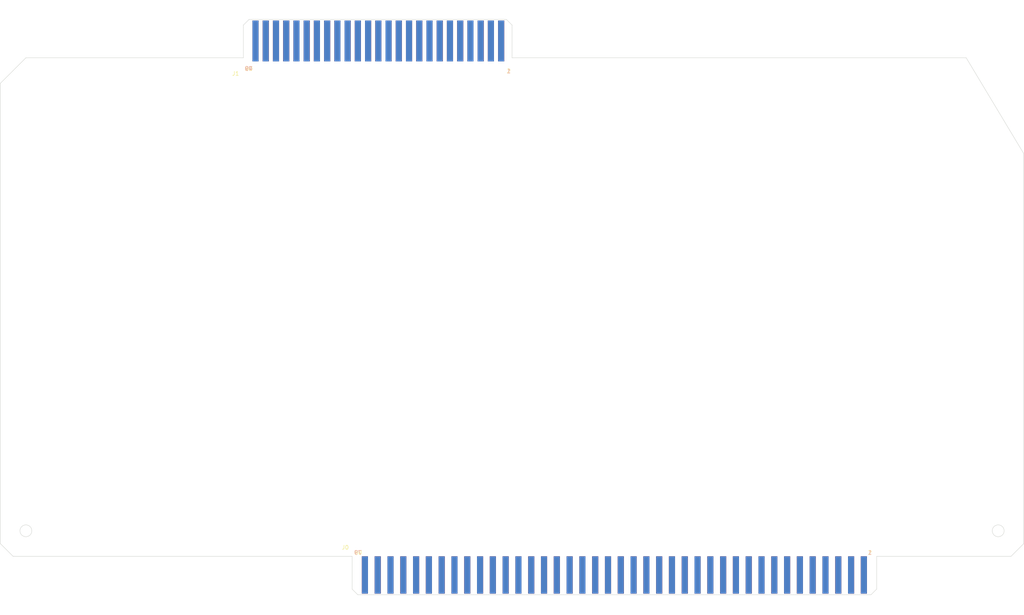
<source format=kicad_pcb>
(kicad_pcb (version 20211014) (generator pcbnew)
  (layers (0 "F.Cu" signal) (31 "B.Cu" signal) (34 "B.Paste" user) (35 "F.Paste" user) (36 "B.SilkS" user "B.Silkscreen") (37 "F.SilkS" user "F.Silkscreen") (38 "B.Mask" user) (39 "F.Mask" user) (44 "Edge.Cuts" user))
  (net 0 "")
  (footprint "GenericComponents:Edge_Connector_50-100-nooutline" (layer "F.Cu") (at 60.2869 -122.1928)
    (fp_text reference "J1" (at -1.8796 2.286 180) (layer "F.SilkS"))
    (fp_text value "50pin .100")
    (fp_text user "1" (at 65.8876 1.6764 180) (layer "B.SilkS") (effects (justify mirror)))
    (fp_text user "79" (at 1.3716 1.0922 180) (layer "B.SilkS") (effects (justify mirror)))
    (fp_text user "49" (at 1.3716 1.0922 180) (layer "B.SilkS") (effects (justify mirror)))
    (fp_text user "50" (at 1.3716 1.0922 180) (layer "F.SilkS"))
    (fp_text user "2" (at 65.8876 1.6764 180) (layer "F.SilkS"))
    (fp_text user "80" (at 1.3716 1.0922 180) (layer "F.SilkS"))
    (pad "1" connect rect locked (at 64.008 -5.8166) (size 1.524 10.16) (layers "B.Cu" "F.Mask"))
    (pad "2" connect rect locked (at 64.008 -5.8166) (size 1.524 10.16) (layers "F.Cu" "F.Mask"))
    (pad "3" connect rect locked (at 61.468 -5.8166) (size 1.524 10.16) (layers "B.Cu" "F.Mask"))
    (pad "4" connect rect locked (at 61.468 -5.8166) (size 1.524 10.16) (layers "F.Cu" "F.Mask"))
    (pad "5" connect rect locked (at 58.928 -5.8166) (size 1.524 10.16) (layers "B.Cu" "F.Mask"))
    (pad "6" connect rect locked (at 58.928 -5.8166) (size 1.524 10.16) (layers "F.Cu" "F.Mask"))
    (pad "7" connect rect locked (at 56.388 -5.8166) (size 1.524 10.16) (layers "B.Cu" "F.Mask"))
    (pad "8" connect rect locked (at 56.388 -5.8166) (size 1.524 10.16) (layers "F.Cu" "F.Mask"))
    (pad "9" connect rect locked (at 53.848 -5.8166) (size 1.524 10.16) (layers "B.Cu" "F.Mask"))
    (pad "10" connect rect locked (at 53.848 -5.8166) (size 1.524 10.16) (layers "F.Cu" "F.Mask"))
    (pad "11" connect rect locked (at 51.308 -5.8166) (size 1.524 10.16) (layers "B.Cu" "F.Mask"))
    (pad "12" connect rect locked (at 51.308 -5.8166) (size 1.524 10.16) (layers "F.Cu" "F.Mask"))
    (pad "13" connect rect locked (at 48.768 -5.8166) (size 1.524 10.16) (layers "B.Cu" "F.Mask"))
    (pad "14" connect rect locked (at 48.768 -5.8166) (size 1.524 10.16) (layers "F.Cu" "F.Mask"))
    (pad "15" connect rect locked (at 46.228 -5.8166) (size 1.524 10.16) (layers "B.Cu" "F.Mask"))
    (pad "16" connect rect locked (at 46.228 -5.8166) (size 1.524 10.16) (layers "F.Cu" "F.Mask"))
    (pad "17" connect rect locked (at 43.688 -5.8166) (size 1.524 10.16) (layers "B.Cu" "F.Mask"))
    (pad "18" connect rect locked (at 43.688 -5.8166) (size 1.524 10.16) (layers "F.Cu" "F.Mask"))
    (pad "19" connect rect locked (at 41.148 -5.8166) (size 1.524 10.16) (layers "B.Cu" "F.Mask"))
    (pad "20" connect rect locked (at 41.148 -5.8166) (size 1.524 10.16) (layers "F.Cu" "F.Mask"))
    (pad "21" connect rect locked (at 38.608 -5.8166) (size 1.524 10.16) (layers "B.Cu" "F.Mask"))
    (pad "22" connect rect locked (at 38.608 -5.8166) (size 1.524 10.16) (layers "F.Cu" "F.Mask"))
    (pad "23" connect rect locked (at 36.068 -5.8166) (size 1.524 10.16) (layers "B.Cu" "F.Mask"))
    (pad "24" connect rect locked (at 36.068 -5.8166) (size 1.524 10.16) (layers "F.Cu" "F.Mask"))
    (pad "25" connect rect locked (at 33.528 -5.8166) (size 1.524 10.16) (layers "B.Cu" "F.Mask"))
    (pad "26" connect rect locked (at 33.528 -5.8166) (size 1.524 10.16) (layers "F.Cu" "F.Mask"))
    (pad "27" connect rect locked (at 30.988 -5.8166) (size 1.524 10.16) (layers "B.Cu" "F.Mask"))
    (pad "28" connect rect locked (at 30.988 -5.8166) (size 1.524 10.16) (layers "F.Cu" "F.Mask"))
    (pad "29" connect rect locked (at 28.448 -5.8166) (size 1.524 10.16) (layers "B.Cu" "F.Mask"))
    (pad "30" connect rect locked (at 28.448 -5.8166) (size 1.524 10.16) (layers "F.Cu" "F.Mask"))
    (pad "31" connect rect locked (at 25.908 -5.8166) (size 1.524 10.16) (layers "B.Cu" "F.Mask"))
    (pad "32" connect rect locked (at 25.908 -5.8166) (size 1.524 10.16) (layers "F.Cu" "F.Mask"))
    (pad "33" connect rect locked (at 23.368 -5.8166) (size 1.524 10.16) (layers "B.Cu" "F.Mask"))
    (pad "34" connect rect locked (at 23.368 -5.8166) (size 1.524 10.16) (layers "F.Cu" "F.Mask"))
    (pad "35" connect rect locked (at 20.828 -5.8166) (size 1.524 10.16) (layers "B.Cu" "F.Mask"))
    (pad "36" connect rect locked (at 20.828 -5.8166) (size 1.524 10.16) (layers "F.Cu" "F.Mask"))
    (pad "37" connect rect locked (at 18.288 -5.8166) (size 1.524 10.16) (layers "B.Cu" "F.Mask"))
    (pad "38" connect rect locked (at 18.288 -5.8166) (size 1.524 10.16) (layers "F.Cu" "F.Mask"))
    (pad "39" connect rect locked (at 15.748 -5.8166) (size 1.524 10.16) (layers "B.Cu" "F.Mask"))
    (pad "40" connect rect locked (at 15.748 -5.8166) (size 1.524 10.16) (layers "F.Cu" "F.Mask"))
    (pad "41" connect rect locked (at 13.208 -5.8166) (size 1.524 10.16) (layers "B.Cu" "F.Mask"))
    (pad "42" connect rect locked (at 13.208 -5.8166) (size 1.524 10.16) (layers "F.Cu" "F.Mask"))
    (pad "43" connect rect locked (at 10.668 -5.8166) (size 1.524 10.16) (layers "B.Cu" "F.Mask"))
    (pad "44" connect rect locked (at 10.668 -5.8166) (size 1.524 10.16) (layers "F.Cu" "F.Mask"))
    (pad "45" connect rect locked (at 8.128 -5.8166) (size 1.524 10.16) (layers "B.Cu" "F.Mask"))
    (pad "46" connect rect locked (at 8.128 -5.8166) (size 1.524 10.16) (layers "F.Cu" "F.Mask"))
    (pad "47" connect rect locked (at 5.588 -5.8166) (size 1.524 10.16) (layers "B.Cu" "F.Mask"))
    (pad "48" connect rect locked (at 5.588 -5.8166) (size 1.524 10.16) (layers "F.Cu" "F.Mask"))
    (pad "49" connect rect locked (at 3.048 -5.8166) (size 1.524 10.16) (layers "B.Cu" "F.Mask"))
    (pad "50" connect rect locked (at 3.048 -5.8166) (size 1.524 10.16) (layers "F.Cu" "F.Mask"))
  )
  (footprint "GenericComponents:Edge_Connector_80-125-nooutline" (layer "F.Cu") (at 152.4 9.4742)
    (fp_text reference "J0" (at -66.7766 -11.684) (layer "F.SilkS"))
    (fp_text value "80pin .125")
    (fp_text user "79" (at -63.6016 -10.414) (layer "B.SilkS") (effects (justify mirror)))
    (fp_text user "1" (at 63.3984 -10.414) (layer "B.SilkS") (effects (justify mirror)))
    (fp_text user "80" (at -63.6016 -10.414) (layer "F.SilkS"))
    (fp_text user "2" (at 63.3984 -10.414) (layer "F.SilkS"))
    (pad "1" connect rect locked (at 61.9125 -4.8514) (size 1.524 9.271) (layers "B.Cu" "F.Mask"))
    (pad "2" connect rect locked (at 61.9125 -4.8514) (size 1.524 9.271) (layers "F.Cu" "F.Mask"))
    (pad "3" connect rect locked (at 58.7375 -4.8514) (size 1.524 9.271) (layers "B.Cu" "F.Mask"))
    (pad "4" connect rect locked (at 58.7375 -4.8514) (size 1.524 9.271) (layers "F.Cu" "F.Mask"))
    (pad "5" connect rect locked (at 55.5625 -4.8514) (size 1.524 9.271) (layers "B.Cu" "F.Mask"))
    (pad "6" connect rect locked (at 55.5625 -4.8514) (size 1.524 9.271) (layers "F.Cu" "F.Mask"))
    (pad "7" connect rect locked (at 52.3875 -4.8514) (size 1.524 9.271) (layers "B.Cu" "F.Mask"))
    (pad "8" connect rect locked (at 52.3875 -4.8514) (size 1.524 9.271) (layers "F.Cu" "F.Mask"))
    (pad "9" connect rect locked (at 49.2125 -4.8514) (size 1.524 9.271) (layers "B.Cu" "F.Mask"))
    (pad "10" connect rect locked (at 49.2125 -4.8514) (size 1.524 9.271) (layers "F.Cu" "F.Mask"))
    (pad "11" connect rect locked (at 46.0375 -4.8514) (size 1.524 9.271) (layers "B.Cu" "F.Mask"))
    (pad "12" connect rect locked (at 46.0375 -4.8514) (size 1.524 9.271) (layers "F.Cu" "F.Mask"))
    (pad "13" connect rect locked (at 42.8625 -4.8514) (size 1.524 9.271) (layers "B.Cu" "F.Mask"))
    (pad "14" connect rect locked (at 42.8625 -4.8514) (size 1.524 9.271) (layers "F.Cu" "F.Mask"))
    (pad "15" connect rect locked (at 39.6875 -4.8514) (size 1.524 9.271) (layers "B.Cu" "F.Mask"))
    (pad "16" connect rect locked (at 39.6875 -4.8514) (size 1.524 9.271) (layers "F.Cu" "F.Mask"))
    (pad "17" connect rect locked (at 36.5125 -4.8514) (size 1.524 9.271) (layers "B.Cu" "F.Mask"))
    (pad "18" connect rect locked (at 36.5125 -4.8514) (size 1.524 9.271) (layers "F.Cu" "F.Mask"))
    (pad "19" connect rect locked (at 33.3375 -4.8514) (size 1.524 9.271) (layers "B.Cu" "F.Mask"))
    (pad "20" connect rect locked (at 33.3375 -4.8514) (size 1.524 9.271) (layers "F.Cu" "F.Mask"))
    (pad "21" connect rect locked (at 30.1625 -4.8514) (size 1.524 9.271) (layers "B.Cu" "F.Mask"))
    (pad "22" connect rect locked (at 30.1625 -4.8514) (size 1.524 9.271) (layers "F.Cu" "F.Mask"))
    (pad "23" connect rect locked (at 26.9875 -4.8514) (size 1.524 9.271) (layers "B.Cu" "F.Mask"))
    (pad "24" connect rect locked (at 26.9875 -4.8514) (size 1.524 9.271) (layers "F.Cu" "F.Mask"))
    (pad "25" connect rect locked (at 23.8125 -4.8514) (size 1.524 9.271) (layers "B.Cu" "F.Mask"))
    (pad "26" connect rect locked (at 23.8125 -4.8514) (size 1.524 9.271) (layers "F.Cu" "F.Mask"))
    (pad "27" connect rect locked (at 20.6375 -4.8514) (size 1.524 9.271) (layers "B.Cu" "F.Mask"))
    (pad "28" connect rect locked (at 20.6375 -4.8514) (size 1.524 9.271) (layers "F.Cu" "F.Mask"))
    (pad "29" connect rect locked (at 17.4625 -4.8514) (size 1.524 9.271) (layers "B.Cu" "F.Mask"))
    (pad "30" connect rect locked (at 17.4625 -4.8514) (size 1.524 9.271) (layers "F.Cu" "F.Mask"))
    (pad "31" connect rect locked (at 14.2875 -4.8514) (size 1.524 9.271) (layers "B.Cu" "F.Mask"))
    (pad "32" connect rect locked (at 14.2875 -4.8514) (size 1.524 9.271) (layers "F.Cu" "F.Mask"))
    (pad "33" connect rect locked (at 11.1125 -4.8514) (size 1.524 9.271) (layers "B.Cu" "F.Mask"))
    (pad "34" connect rect locked (at 11.1125 -4.8514) (size 1.524 9.271) (layers "F.Cu" "F.Mask"))
    (pad "35" connect rect locked (at 7.9375 -4.8514) (size 1.524 9.271) (layers "B.Cu" "F.Mask"))
    (pad "36" connect rect locked (at 7.9375 -4.8514) (size 1.524 9.271) (layers "F.Cu" "F.Mask"))
    (pad "37" connect rect locked (at 4.7625 -4.8514) (size 1.524 9.271) (layers "B.Cu" "F.Mask"))
    (pad "38" connect rect locked (at 4.7625 -4.8514) (size 1.524 9.271) (layers "F.Cu" "F.Mask"))
    (pad "39" connect rect locked (at 1.5875 -4.8514) (size 1.524 9.271) (layers "B.Cu" "F.Mask"))
    (pad "40" connect rect locked (at 1.5875 -4.8514) (size 1.524 9.271) (layers "F.Cu" "F.Mask"))
    (pad "41" connect rect locked (at -1.5875 -4.8514) (size 1.524 9.271) (layers "B.Cu" "F.Mask"))
    (pad "42" connect rect locked (at -1.5875 -4.8514) (size 1.524 9.271) (layers "F.Cu" "F.Mask"))
    (pad "43" connect rect locked (at -4.7625 -4.8514) (size 1.524 9.271) (layers "B.Cu" "F.Mask"))
    (pad "44" connect rect locked (at -4.7625 -4.8514) (size 1.524 9.271) (layers "F.Cu" "F.Mask"))
    (pad "45" connect rect locked (at -7.9375 -4.8514) (size 1.524 9.271) (layers "B.Cu" "F.Mask"))
    (pad "46" connect rect locked (at -7.9375 -4.8514) (size 1.524 9.271) (layers "F.Cu" "F.Mask"))
    (pad "47" connect rect locked (at -11.1125 -4.8514) (size 1.524 9.271) (layers "B.Cu" "F.Mask"))
    (pad "48" connect rect locked (at -11.1125 -4.8514) (size 1.524 9.271) (layers "F.Cu" "F.Mask"))
    (pad "49" connect rect locked (at -14.2875 -4.8514) (size 1.524 9.271) (layers "B.Cu" "F.Mask"))
    (pad "50" connect rect locked (at -14.2875 -4.8514) (size 1.524 9.271) (layers "F.Cu" "F.Mask"))
    (pad "51" connect rect locked (at -17.4625 -4.8514) (size 1.524 9.271) (layers "B.Cu" "F.Mask"))
    (pad "52" connect rect locked (at -17.4625 -4.8514) (size 1.524 9.271) (layers "F.Cu" "F.Mask"))
    (pad "53" connect rect locked (at -20.6375 -4.8514) (size 1.524 9.271) (layers "B.Cu" "F.Mask"))
    (pad "54" connect rect locked (at -20.6375 -4.8514) (size 1.524 9.271) (layers "F.Cu" "F.Mask"))
    (pad "55" connect rect locked (at -23.8125 -4.8514) (size 1.524 9.271) (layers "B.Cu" "F.Mask"))
    (pad "56" connect rect locked (at -23.8125 -4.8514) (size 1.524 9.271) (layers "F.Cu" "F.Mask"))
    (pad "57" connect rect locked (at -26.9875 -4.8514) (size 1.524 9.271) (layers "B.Cu" "F.Mask"))
    (pad "58" connect rect locked (at -26.9875 -4.8514) (size 1.524 9.271) (layers "F.Cu" "F.Mask"))
    (pad "59" connect rect locked (at -30.1625 -4.8514) (size 1.524 9.271) (layers "B.Cu" "F.Mask"))
    (pad "60" connect rect locked (at -30.1625 -4.8514) (size 1.524 9.271) (layers "F.Cu" "F.Mask"))
    (pad "61" connect rect locked (at -33.3375 -4.8514) (size 1.524 9.271) (layers "B.Cu" "F.Mask"))
    (pad "62" connect rect locked (at -33.3375 -4.8514) (size 1.524 9.271) (layers "F.Cu" "F.Mask"))
    (pad "63" connect rect locked (at -36.5125 -4.8514) (size 1.524 9.271) (layers "B.Cu" "F.Mask"))
    (pad "64" connect rect locked (at -36.5125 -4.8514) (size 1.524 9.271) (layers "F.Cu" "F.Mask"))
    (pad "65" connect rect locked (at -39.6875 -4.8514) (size 1.524 9.271) (layers "B.Cu" "F.Mask"))
    (pad "66" connect rect locked (at -39.6875 -4.8514) (size 1.524 9.271) (layers "F.Cu" "F.Mask"))
    (pad "67" connect rect locked (at -42.8625 -4.8514) (size 1.524 9.271) (layers "B.Cu" "F.Mask"))
    (pad "68" connect rect locked (at -42.8625 -4.8514) (size 1.524 9.271) (layers "F.Cu" "F.Mask"))
    (pad "69" connect rect locked (at -46.0375 -4.8514) (size 1.524 9.271) (layers "B.Cu" "F.Mask"))
    (pad "70" connect rect locked (at -46.0375 -4.8514) (size 1.524 9.271) (layers "F.Cu" "F.Mask"))
    (pad "71" connect rect locked (at -49.2125 -4.8514) (size 1.524 9.271) (layers "B.Cu" "F.Mask"))
    (pad "72" connect rect locked (at -49.2125 -4.8514) (size 1.524 9.271) (layers "F.Cu" "F.Mask"))
    (pad "73" connect rect locked (at -52.3875 -4.8514) (size 1.524 9.271) (layers "B.Cu" "F.Mask"))
    (pad "74" connect rect locked (at -52.3875 -4.8514) (size 1.524 9.271) (layers "F.Cu" "F.Mask"))
    (pad "75" connect rect locked (at -55.5625 -4.8514) (size 1.524 9.271) (layers "B.Cu" "F.Mask"))
    (pad "76" connect rect locked (at -55.5625 -4.8514) (size 1.524 9.271) (layers "F.Cu" "F.Mask"))
    (pad "77" connect rect locked (at -58.7375 -4.8514) (size 1.524 9.271) (layers "B.Cu" "F.Mask"))
    (pad "78" connect rect locked (at -58.7375 -4.8514) (size 1.524 9.271) (layers "F.Cu" "F.Mask"))
    (pad "79" connect rect locked (at -61.9125 -4.8514) (size 1.524 9.271) (layers "B.Cu" "F.Mask"))
    (pad "80" connect rect locked (at -61.9125 -4.8514) (size 1.524 9.271) (layers "F.Cu" "F.Mask"))
  )
  (gr_line locked (start 216.0905 9.525) (end 88.7095 9.525) (layer "Edge.Cuts") (width 0.1016))
  (gr_circle locked (center 6.35 -6.35) (end 7.8232 -6.35) (layer "Edge.Cuts") (width 0.1016) (fill none))
  (gr_line locked (start 217.4875 0) (end 250.825 0) (layer "Edge.Cuts") (width 0.1016))
  (gr_line locked (start 88.7095 9.525) (end 87.3125 8.128) (layer "Edge.Cuts") (width 0.1016))
  (gr_line locked (start 61.722 -133.35) (end 125.603 -133.35) (layer "Edge.Cuts") (width 0.1016))
  (gr_line locked (start 87.3125 0) (end 87.3125 8.128) (layer "Edge.Cuts") (width 0.1016))
  (gr_line locked (start 60.325 -131.953) (end 61.722 -133.35) (layer "Edge.Cuts") (width 0.1016))
  (gr_circle locked (center 247.65 -6.35) (end 249.1232 -6.35) (layer "Edge.Cuts") (width 0.1016) (fill none))
  (gr_line locked (start 217.4875 0) (end 217.4875 8.128) (layer "Edge.Cuts") (width 0.1016))
  (gr_line locked (start 254 -3.175) (end 254 -100.0125) (layer "Edge.Cuts") (width 0.1016))
  (gr_line locked (start 0 -117.475) (end 0 -3.175) (layer "Edge.Cuts") (width 0.1016))
  (gr_line locked (start 0 -117.475) (end 6.35 -123.825) (layer "Edge.Cuts") (width 0.1016))
  (gr_line (start 127 -123.825) (end 239.7125 -123.825) (layer "Edge.Cuts") (width 0.1016))
  (gr_line locked (start 125.603 -133.35) (end 127 -131.953) (layer "Edge.Cuts") (width 0.1016))
  (gr_line locked (start 217.4875 8.128) (end 216.0905 9.525) (layer "Edge.Cuts") (width 0.1016))
  (gr_line locked (start 127 -131.953) (end 127 -123.825) (layer "Edge.Cuts") (width 0.1016))
  (gr_line locked (start 239.7125 -123.825) (end 254 -100.0125) (layer "Edge.Cuts") (width 0.1016))
  (gr_line locked (start 60.325 -131.953) (end 60.325 -123.825) (layer "Edge.Cuts") (width 0.1016))
  (gr_line locked (start 0 -3.175) (end 3.175 0) (layer "Edge.Cuts") (width 0.1016))
  (gr_line locked (start 6.35 -123.825) (end 60.325 -123.825) (layer "Edge.Cuts") (width 0.1016))
  (gr_line locked (start 250.825 0) (end 254 -3.175) (layer "Edge.Cuts") (width 0.1016))
  (gr_line locked (start 87.3125 0) (end 3.175 0) (layer "Edge.Cuts") (width 0.1016))
)
</source>
